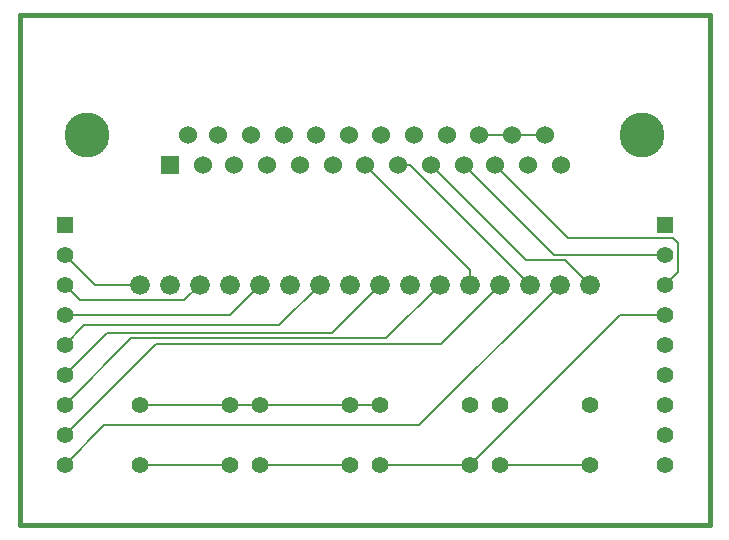
<source format=gtl>
G04 (created by PCBNEW-RS274X (2012-01-19 BZR 3256)-stable) date Sun 11 Nov 2012 10:50:56 AM CET*
G01*
G70*
G90*
%MOIN*%
G04 Gerber Fmt 3.4, Leading zero omitted, Abs format*
%FSLAX34Y34*%
G04 APERTURE LIST*
%ADD10C,0.006000*%
%ADD11C,0.015000*%
%ADD12C,0.055000*%
%ADD13C,0.066000*%
%ADD14C,0.150000*%
%ADD15R,0.060000X0.060000*%
%ADD16C,0.060000*%
%ADD17R,0.055000X0.055000*%
%ADD18C,0.008000*%
G04 APERTURE END LIST*
G54D10*
G54D11*
X69500Y-34000D02*
X69500Y-51000D01*
X46500Y-34000D02*
X69500Y-34000D01*
X46500Y-51000D02*
X46500Y-34000D01*
X46500Y-51000D02*
X69500Y-51000D01*
G54D12*
X50500Y-49000D03*
X50500Y-47000D03*
X53500Y-49000D03*
X53500Y-47000D03*
X54500Y-49000D03*
X54500Y-47000D03*
X57500Y-49000D03*
X57500Y-47000D03*
X58500Y-49000D03*
X58500Y-47000D03*
X61500Y-49000D03*
X61500Y-47000D03*
G54D13*
X51500Y-43000D03*
X50500Y-43000D03*
X53500Y-43000D03*
X52500Y-43000D03*
X55500Y-43000D03*
X54500Y-43000D03*
X57500Y-43000D03*
X56500Y-43000D03*
X59500Y-43000D03*
X58500Y-43000D03*
X61500Y-43000D03*
X60500Y-43000D03*
X63500Y-43000D03*
X62500Y-43000D03*
X65500Y-43000D03*
X64500Y-43000D03*
G54D14*
X67250Y-38000D03*
X48750Y-38000D03*
G54D15*
X51500Y-39000D03*
G54D16*
X52600Y-39000D03*
X53650Y-39000D03*
X54750Y-39000D03*
X55850Y-39000D03*
X56950Y-39000D03*
X58000Y-39000D03*
X59100Y-39000D03*
X60200Y-39000D03*
X61300Y-39000D03*
X62350Y-39000D03*
X63450Y-39000D03*
X64550Y-39000D03*
X52120Y-38000D03*
X53120Y-38000D03*
X54220Y-38000D03*
X55300Y-38000D03*
X56380Y-38000D03*
X57480Y-38000D03*
X58560Y-38000D03*
X59640Y-38000D03*
X60760Y-38000D03*
X61820Y-38000D03*
X62900Y-38000D03*
X64000Y-38000D03*
G54D17*
X48000Y-41000D03*
G54D12*
X48000Y-42000D03*
X48000Y-43000D03*
X48000Y-44000D03*
X48000Y-45000D03*
X48000Y-46000D03*
X48000Y-47000D03*
X48000Y-48000D03*
X48000Y-49000D03*
X65500Y-47000D03*
X65500Y-49000D03*
X62500Y-47000D03*
X62500Y-49000D03*
G54D17*
X68000Y-41000D03*
G54D12*
X68000Y-42000D03*
X68000Y-43000D03*
X68000Y-44000D03*
X68000Y-45000D03*
X68000Y-46000D03*
X68000Y-47000D03*
X68000Y-48000D03*
X68000Y-49000D03*
G54D18*
X51990Y-43510D02*
X52500Y-43000D01*
X48510Y-43510D02*
X51990Y-43510D01*
X48000Y-43000D02*
X48510Y-43510D01*
X58721Y-44779D02*
X60500Y-43000D01*
X50221Y-44779D02*
X58721Y-44779D01*
X48000Y-47000D02*
X50221Y-44779D01*
X61500Y-42500D02*
X61500Y-43000D01*
X58000Y-39000D02*
X61500Y-42500D01*
X59500Y-39000D02*
X63500Y-43000D01*
X59100Y-39000D02*
X59500Y-39000D01*
X59820Y-47680D02*
X64500Y-43000D01*
X49320Y-47680D02*
X59820Y-47680D01*
X48000Y-49000D02*
X49320Y-47680D01*
X64684Y-42184D02*
X65500Y-43000D01*
X63384Y-42184D02*
X64684Y-42184D01*
X60200Y-39000D02*
X63384Y-42184D01*
X48000Y-48000D02*
X51038Y-44962D01*
X60538Y-44962D02*
X62500Y-43000D01*
X51038Y-44962D02*
X60538Y-44962D01*
X49404Y-44596D02*
X56904Y-44596D01*
X48000Y-46000D02*
X49404Y-44596D01*
X56904Y-44596D02*
X58500Y-43000D01*
X55151Y-44349D02*
X56500Y-43000D01*
X48651Y-44349D02*
X55151Y-44349D01*
X48000Y-45000D02*
X48651Y-44349D01*
X57500Y-49000D02*
X54500Y-49000D01*
X64784Y-41434D02*
X62350Y-39000D01*
X68000Y-43000D02*
X68434Y-42566D01*
X68434Y-42566D02*
X68434Y-41603D01*
X68265Y-41434D02*
X64784Y-41434D01*
X68434Y-41603D02*
X68265Y-41434D01*
X48000Y-42000D02*
X49000Y-43000D01*
X49000Y-43000D02*
X50500Y-43000D01*
X53500Y-44000D02*
X54500Y-43000D01*
X48000Y-44000D02*
X53500Y-44000D01*
X58500Y-49000D02*
X61500Y-49000D01*
X66500Y-44000D02*
X68000Y-44000D01*
X61500Y-49000D02*
X66500Y-44000D01*
X64300Y-42000D02*
X61300Y-39000D01*
X53500Y-49000D02*
X50500Y-49000D01*
X68000Y-42000D02*
X64300Y-42000D01*
X64000Y-38000D02*
X62900Y-38000D01*
X62900Y-38000D02*
X61820Y-38000D01*
X62500Y-49000D02*
X65500Y-49000D01*
X58500Y-47000D02*
X57500Y-47000D01*
X57500Y-47000D02*
X54500Y-47000D01*
X54500Y-47000D02*
X53500Y-47000D01*
X53500Y-47000D02*
X50500Y-47000D01*
M02*
</source>
